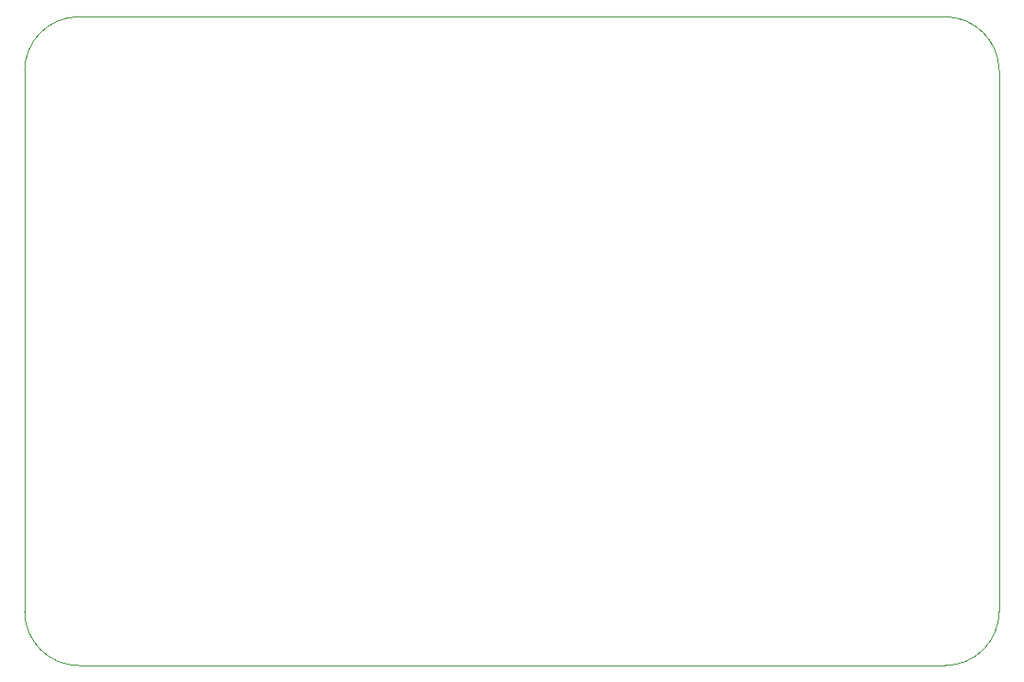
<source format=gbr>
%TF.GenerationSoftware,KiCad,Pcbnew,8.0.1*%
%TF.CreationDate,2024-04-29T10:33:51+02:00*%
%TF.ProjectId,PCB_SMD_Hotplate,5043425f-534d-4445-9f48-6f74706c6174,rev?*%
%TF.SameCoordinates,Original*%
%TF.FileFunction,Profile,NP*%
%FSLAX46Y46*%
G04 Gerber Fmt 4.6, Leading zero omitted, Abs format (unit mm)*
G04 Created by KiCad (PCBNEW 8.0.1) date 2024-04-29 10:33:51*
%MOMM*%
%LPD*%
G01*
G04 APERTURE LIST*
%TA.AperFunction,Profile*%
%ADD10C,0.050000*%
%TD*%
G04 APERTURE END LIST*
D10*
X185000000Y-120000000D02*
X105000000Y-120000000D01*
X105000000Y-120000000D02*
G75*
G02*
X100000000Y-115000000I0J5000000D01*
G01*
X100000000Y-115000000D02*
X100000000Y-65000000D01*
X100000000Y-65000000D02*
G75*
G02*
X105000000Y-60000000I5000000J0D01*
G01*
X105000000Y-60000000D02*
X185000000Y-60000000D01*
X185000000Y-60000000D02*
G75*
G02*
X190000000Y-65000000I0J-5000000D01*
G01*
X190000000Y-65000000D02*
X190000000Y-115000000D01*
X190000000Y-115000000D02*
G75*
G02*
X185000000Y-120000000I-5000000J0D01*
G01*
M02*

</source>
